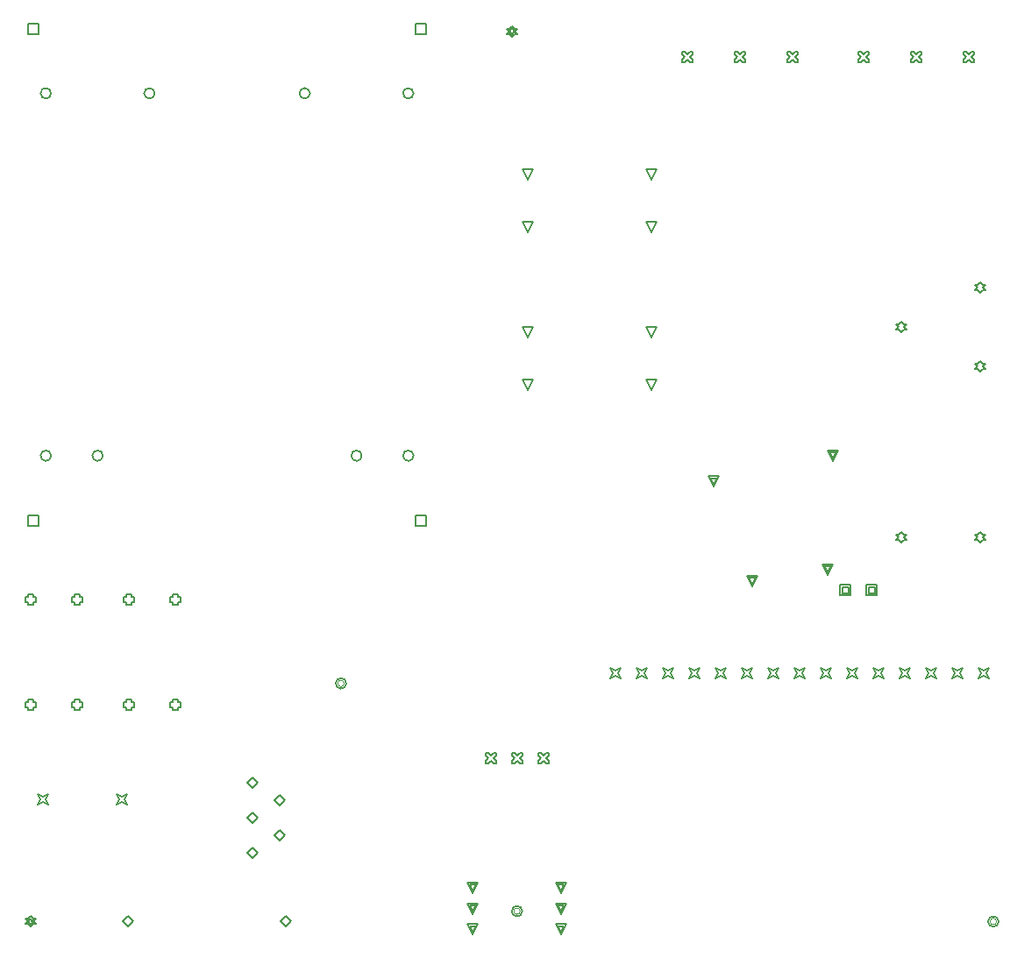
<source format=gbr>
%TF.GenerationSoftware,Altium Limited,Altium Designer,24.0.1 (36)*%
G04 Layer_Color=2752767*
%FSLAX45Y45*%
%MOMM*%
%TF.SameCoordinates,95B5C6B2-F670-4A0E-B731-85317CB4A22F*%
%TF.FilePolarity,Positive*%
%TF.FileFunction,Drawing*%
%TF.Part,Single*%
G01*
G75*
%TA.AperFunction,NonConductor*%
%ADD47C,0.12700*%
%ADD104C,0.16933*%
%ADD105C,0.10160*%
D47*
X8997200Y2699200D02*
X9022600Y2750000D01*
X8997200Y2800800D01*
X9048000Y2775400D01*
X9098800Y2800800D01*
X9073400Y2750000D01*
X9098800Y2699200D01*
X9048000Y2724600D01*
X8997200Y2699200D01*
X8743200D02*
X8768600Y2750000D01*
X8743200Y2800800D01*
X8794000Y2775400D01*
X8844800Y2800800D01*
X8819400Y2750000D01*
X8844800Y2699200D01*
X8794000Y2724600D01*
X8743200Y2699200D01*
X8489200D02*
X8514600Y2750000D01*
X8489200Y2800800D01*
X8540000Y2775400D01*
X8590800Y2800800D01*
X8565400Y2750000D01*
X8590800Y2699200D01*
X8540000Y2724600D01*
X8489200Y2699200D01*
X8235200D02*
X8260600Y2750000D01*
X8235200Y2800800D01*
X8286000Y2775400D01*
X8336800Y2800800D01*
X8311400Y2750000D01*
X8336800Y2699200D01*
X8286000Y2724600D01*
X8235200Y2699200D01*
X7981200D02*
X8006600Y2750000D01*
X7981200Y2800800D01*
X8032000Y2775400D01*
X8082800Y2800800D01*
X8057400Y2750000D01*
X8082800Y2699200D01*
X8032000Y2724600D01*
X7981200Y2699200D01*
X6711200D02*
X6736600Y2750000D01*
X6711200Y2800800D01*
X6762000Y2775400D01*
X6812800Y2800800D01*
X6787400Y2750000D01*
X6812800Y2699200D01*
X6762000Y2724600D01*
X6711200Y2699200D01*
X6457200D02*
X6482600Y2750000D01*
X6457200Y2800800D01*
X6508000Y2775400D01*
X6558800Y2800800D01*
X6533400Y2750000D01*
X6558800Y2699200D01*
X6508000Y2724600D01*
X6457200Y2699200D01*
X6203200D02*
X6228600Y2750000D01*
X6203200Y2800800D01*
X6254000Y2775400D01*
X6304800Y2800800D01*
X6279400Y2750000D01*
X6304800Y2699200D01*
X6254000Y2724600D01*
X6203200Y2699200D01*
X5949200D02*
X5974600Y2750000D01*
X5949200Y2800800D01*
X6000000Y2775400D01*
X6050800Y2800800D01*
X6025400Y2750000D01*
X6050800Y2699200D01*
X6000000Y2724600D01*
X5949200Y2699200D01*
X6965200D02*
X6990600Y2750000D01*
X6965200Y2800800D01*
X7016000Y2775400D01*
X7066800Y2800800D01*
X7041400Y2750000D01*
X7066800Y2699200D01*
X7016000Y2724600D01*
X6965200Y2699200D01*
X7219200D02*
X7244600Y2750000D01*
X7219200Y2800800D01*
X7270000Y2775400D01*
X7320800Y2800800D01*
X7295400Y2750000D01*
X7320800Y2699200D01*
X7270000Y2724600D01*
X7219200Y2699200D01*
X7473200D02*
X7498600Y2750000D01*
X7473200Y2800800D01*
X7524000Y2775400D01*
X7574800Y2800800D01*
X7549400Y2750000D01*
X7574800Y2699200D01*
X7524000Y2724600D01*
X7473200Y2699200D01*
X7727200D02*
X7752600Y2750000D01*
X7727200Y2800800D01*
X7778000Y2775400D01*
X7828800Y2800800D01*
X7803400Y2750000D01*
X7828800Y2699200D01*
X7778000Y2724600D01*
X7727200Y2699200D01*
X9251200D02*
X9276600Y2750000D01*
X9251200Y2800800D01*
X9302000Y2775400D01*
X9352800Y2800800D01*
X9327400Y2750000D01*
X9352800Y2699200D01*
X9302000Y2724600D01*
X9251200Y2699200D01*
X9505200D02*
X9530600Y2750000D01*
X9505200Y2800800D01*
X9556000Y2775400D01*
X9606800Y2800800D01*
X9581400Y2750000D01*
X9606800Y2699200D01*
X9556000Y2724600D01*
X9505200Y2699200D01*
X8349200Y8649200D02*
X8374600D01*
X8400000Y8674600D01*
X8425400Y8649200D01*
X8450800D01*
Y8674600D01*
X8425400Y8700000D01*
X8450800Y8725400D01*
Y8750800D01*
X8425400D01*
X8400000Y8725400D01*
X8374600Y8750800D01*
X8349200D01*
Y8725400D01*
X8374600Y8700000D01*
X8349200Y8674600D01*
Y8649200D01*
X8857200D02*
X8882600D01*
X8908000Y8674600D01*
X8933400Y8649200D01*
X8958800D01*
Y8674600D01*
X8933400Y8700000D01*
X8958800Y8725400D01*
Y8750800D01*
X8933400D01*
X8908000Y8725400D01*
X8882600Y8750800D01*
X8857200D01*
Y8725400D01*
X8882600Y8700000D01*
X8857200Y8674600D01*
Y8649200D01*
X9365200D02*
X9390600D01*
X9416000Y8674600D01*
X9441400Y8649200D01*
X9466800D01*
Y8674600D01*
X9441400Y8700000D01*
X9466800Y8725400D01*
Y8750800D01*
X9441400D01*
X9416000Y8725400D01*
X9390600Y8750800D01*
X9365200D01*
Y8725400D01*
X9390600Y8700000D01*
X9365200Y8674600D01*
Y8649200D01*
X5000000Y8899200D02*
X5025400Y8924600D01*
X5050800D01*
X5025400Y8950000D01*
X5050800Y8975400D01*
X5025400D01*
X5000000Y9000800D01*
X4974600Y8975400D01*
X4949200D01*
X4974600Y8950000D01*
X4949200Y8924600D01*
X4974600D01*
X5000000Y8899200D01*
Y8919520D02*
X5015240Y8934760D01*
X5030480D01*
X5015240Y8950000D01*
X5030480Y8965240D01*
X5015240D01*
X5000000Y8980480D01*
X4984760Y8965240D01*
X4969520D01*
X4984760Y8950000D01*
X4969520Y8934760D01*
X4984760D01*
X5000000Y8919520D01*
X350000Y299200D02*
X375400Y324600D01*
X400800D01*
X375400Y350000D01*
X400800Y375400D01*
X375400D01*
X350000Y400800D01*
X324600Y375400D01*
X299200D01*
X324600Y350000D01*
X299200Y324600D01*
X324600D01*
X350000Y299200D01*
Y319520D02*
X365240Y334760D01*
X380480D01*
X365240Y350000D01*
X380480Y365240D01*
X365240D01*
X350000Y380480D01*
X334760Y365240D01*
X319520D01*
X334760Y350000D01*
X319520Y334760D01*
X334760D01*
X350000Y319520D01*
X6350800Y5483500D02*
X6300000Y5585100D01*
X6401600D01*
X6350800Y5483500D01*
Y5991500D02*
X6300000Y6093100D01*
X6401600D01*
X6350800Y5991500D01*
Y7007500D02*
X6300000Y7109100D01*
X6401600D01*
X6350800Y7007500D01*
Y7515500D02*
X6300000Y7617100D01*
X6401600D01*
X6350800Y7515500D01*
X5150800Y5483500D02*
X5100000Y5585100D01*
X5201600D01*
X5150800Y5483500D01*
Y5991500D02*
X5100000Y6093100D01*
X5201600D01*
X5150800Y5991500D01*
Y7007500D02*
X5100000Y7109100D01*
X5201600D01*
X5150800Y7007500D01*
Y7515500D02*
X5100000Y7617100D01*
X5201600D01*
X5150800Y7515500D01*
X6641200Y8649200D02*
X6666600D01*
X6692000Y8674600D01*
X6717400Y8649200D01*
X6742800D01*
Y8674600D01*
X6717400Y8700000D01*
X6742800Y8725400D01*
Y8750800D01*
X6717400D01*
X6692000Y8725400D01*
X6666600Y8750800D01*
X6641200D01*
Y8725400D01*
X6666600Y8700000D01*
X6641200Y8674600D01*
Y8649200D01*
X7149200D02*
X7174600D01*
X7200000Y8674600D01*
X7225400Y8649200D01*
X7250800D01*
Y8674600D01*
X7225400Y8700000D01*
X7250800Y8725400D01*
Y8750800D01*
X7225400D01*
X7200000Y8725400D01*
X7174600Y8750800D01*
X7149200D01*
Y8725400D01*
X7174600Y8700000D01*
X7149200Y8674600D01*
Y8649200D01*
X7657200D02*
X7682600D01*
X7708000Y8674600D01*
X7733400Y8649200D01*
X7758800D01*
Y8674600D01*
X7733400Y8700000D01*
X7758800Y8725400D01*
Y8750800D01*
X7733400D01*
X7708000Y8725400D01*
X7682600Y8750800D01*
X7657200D01*
Y8725400D01*
X7682600Y8700000D01*
X7657200Y8674600D01*
Y8649200D01*
X4074200Y4174200D02*
Y4275800D01*
X4175800D01*
Y4174200D01*
X4074200D01*
X324200D02*
Y4275800D01*
X425800D01*
Y4174200D01*
X324200D01*
Y8924200D02*
Y9025800D01*
X425800D01*
Y8924200D01*
X324200D01*
X4074200D02*
Y9025800D01*
X4175800D01*
Y8924200D01*
X4074200D01*
X9525000Y6426200D02*
X9550400Y6451600D01*
X9575800D01*
X9550400Y6477000D01*
X9575800Y6502400D01*
X9550400D01*
X9525000Y6527800D01*
X9499600Y6502400D01*
X9474200D01*
X9499600Y6477000D01*
X9474200Y6451600D01*
X9499600D01*
X9525000Y6426200D01*
Y5664200D02*
X9550400Y5689600D01*
X9575800D01*
X9550400Y5715000D01*
X9575800Y5740400D01*
X9550400D01*
X9525000Y5765800D01*
X9499600Y5740400D01*
X9474200D01*
X9499600Y5715000D01*
X9474200Y5689600D01*
X9499600D01*
X9525000Y5664200D01*
X8763000Y6045200D02*
X8788400Y6070600D01*
X8813800D01*
X8788400Y6096000D01*
X8813800Y6121400D01*
X8788400D01*
X8763000Y6146800D01*
X8737600Y6121400D01*
X8712200D01*
X8737600Y6096000D01*
X8712200Y6070600D01*
X8737600D01*
X8763000Y6045200D01*
X9525000Y4013200D02*
X9550400Y4038600D01*
X9575800D01*
X9550400Y4064000D01*
X9575800Y4089400D01*
X9550400D01*
X9525000Y4114800D01*
X9499600Y4089400D01*
X9474200D01*
X9499600Y4064000D01*
X9474200Y4038600D01*
X9499600D01*
X9525000Y4013200D01*
X8763000D02*
X8788400Y4038600D01*
X8813800D01*
X8788400Y4064000D01*
X8813800Y4089400D01*
X8788400D01*
X8763000Y4114800D01*
X8737600Y4089400D01*
X8712200D01*
X8737600Y4064000D01*
X8712200Y4038600D01*
X8737600D01*
X8763000Y4013200D01*
X5253200Y1880866D02*
X5278600D01*
X5304000Y1906266D01*
X5329400Y1880866D01*
X5354800D01*
Y1906266D01*
X5329400Y1931666D01*
X5354800Y1957066D01*
Y1982466D01*
X5329400D01*
X5304000Y1957066D01*
X5278600Y1982466D01*
X5253200D01*
Y1957066D01*
X5278600Y1931666D01*
X5253200Y1906266D01*
Y1880866D01*
X4999200Y1880900D02*
X5024600D01*
X5050000Y1906300D01*
X5075400Y1880900D01*
X5100800D01*
Y1906300D01*
X5075400Y1931700D01*
X5100800Y1957100D01*
Y1982500D01*
X5075400D01*
X5050000Y1957100D01*
X5024600Y1982500D01*
X4999200D01*
Y1957100D01*
X5024600Y1931700D01*
X4999200Y1906300D01*
Y1880900D01*
X4745200D02*
X4770600D01*
X4796000Y1906300D01*
X4821400Y1880900D01*
X4846800D01*
Y1906300D01*
X4821400Y1931700D01*
X4846800Y1957100D01*
Y1982500D01*
X4821400D01*
X4796000Y1957100D01*
X4770600Y1982500D01*
X4745200D01*
Y1957100D01*
X4770600Y1931700D01*
X4745200Y1906300D01*
Y1880900D01*
X8172200Y3499200D02*
Y3600800D01*
X8273800D01*
Y3499200D01*
X8172200D01*
X8192520Y3519520D02*
Y3580480D01*
X8253480D01*
Y3519520D01*
X8192520D01*
X8426200Y3499200D02*
Y3600800D01*
X8527800D01*
Y3499200D01*
X8426200D01*
X8446520Y3519520D02*
Y3580480D01*
X8507480D01*
Y3519520D01*
X8446520D01*
X1274600Y2416600D02*
Y2391200D01*
X1325400D01*
Y2416600D01*
X1350800D01*
Y2467400D01*
X1325400D01*
Y2492800D01*
X1274600D01*
Y2467400D01*
X1249200D01*
Y2416600D01*
X1274600D01*
Y3432600D02*
Y3407200D01*
X1325400D01*
Y3432600D01*
X1350800D01*
Y3483400D01*
X1325400D01*
Y3508800D01*
X1274600D01*
Y3483400D01*
X1249200D01*
Y3432600D01*
X1274600D01*
X1180200Y1478415D02*
X1205600Y1529215D01*
X1180200Y1580015D01*
X1231000Y1554615D01*
X1281800Y1580015D01*
X1256400Y1529215D01*
X1281800Y1478415D01*
X1231000Y1503815D01*
X1180200Y1478415D01*
X418200D02*
X443600Y1529215D01*
X418200Y1580015D01*
X469000Y1554615D01*
X519800Y1580015D01*
X494400Y1529215D01*
X519800Y1478415D01*
X469000Y1503815D01*
X418200Y1478415D01*
X774600Y2416600D02*
Y2391200D01*
X825400D01*
Y2416600D01*
X850800D01*
Y2467400D01*
X825400D01*
Y2492800D01*
X774600D01*
Y2467400D01*
X749200D01*
Y2416600D01*
X774600D01*
Y3432600D02*
Y3407200D01*
X825400D01*
Y3432600D01*
X850800D01*
Y3483400D01*
X825400D01*
Y3508800D01*
X774600D01*
Y3483400D01*
X749200D01*
Y3432600D01*
X774600D01*
X324600Y2416600D02*
Y2391200D01*
X375400D01*
Y2416600D01*
X400800D01*
Y2467400D01*
X375400D01*
Y2492800D01*
X324600D01*
Y2467400D01*
X299200D01*
Y2416600D01*
X324600D01*
Y3432600D02*
Y3407200D01*
X375400D01*
Y3432600D01*
X400800D01*
Y3483400D01*
X375400D01*
Y3508800D01*
X324600D01*
Y3483400D01*
X299200D01*
Y3432600D01*
X324600D01*
X1724600D02*
Y3407200D01*
X1775400D01*
Y3432600D01*
X1800800D01*
Y3483400D01*
X1775400D01*
Y3508800D01*
X1724600D01*
Y3483400D01*
X1699200D01*
Y3432600D01*
X1724600D01*
Y2416600D02*
Y2391200D01*
X1775400D01*
Y2416600D01*
X1800800D01*
Y2467400D01*
X1775400D01*
Y2492800D01*
X1724600D01*
Y2467400D01*
X1699200D01*
Y2416600D01*
X1724600D01*
X2449200Y1690000D02*
X2500000Y1740800D01*
X2550800Y1690000D01*
X2500000Y1639200D01*
X2449200Y1690000D01*
X2709200Y1520000D02*
X2760000Y1570800D01*
X2810800Y1520000D01*
X2760000Y1469200D01*
X2709200Y1520000D01*
X2449200Y1350000D02*
X2500000Y1400800D01*
X2550800Y1350000D01*
X2500000Y1299200D01*
X2449200Y1350000D01*
X2709200Y1180000D02*
X2760000Y1230800D01*
X2810800Y1180000D01*
X2760000Y1129200D01*
X2709200Y1180000D01*
X2449200Y1010000D02*
X2500000Y1060800D01*
X2550800Y1010000D01*
X2500000Y959200D01*
X2449200Y1010000D01*
X1246914Y350000D02*
X1297714Y400800D01*
X1348514Y350000D01*
X1297714Y299200D01*
X1246914Y350000D01*
X2770914D02*
X2821714Y400800D01*
X2872514Y350000D01*
X2821714Y299200D01*
X2770914Y350000D01*
X4625000Y224200D02*
X4574200Y325800D01*
X4675800D01*
X4625000Y224200D01*
Y244520D02*
X4594520Y305480D01*
X4655480D01*
X4625000Y244520D01*
Y424200D02*
X4574200Y525800D01*
X4675800D01*
X4625000Y424200D01*
Y444520D02*
X4594520Y505480D01*
X4655480D01*
X4625000Y444520D01*
Y624200D02*
X4574200Y725800D01*
X4675800D01*
X4625000Y624200D01*
Y644520D02*
X4594520Y705480D01*
X4655480D01*
X4625000Y644520D01*
X5475000Y624200D02*
X5424200Y725800D01*
X5525800D01*
X5475000Y624200D01*
Y644520D02*
X5444520Y705480D01*
X5505480D01*
X5475000Y644520D01*
Y424200D02*
X5424200Y525800D01*
X5525800D01*
X5475000Y424200D01*
Y444520D02*
X5444520Y505480D01*
X5505480D01*
X5475000Y444520D01*
Y224200D02*
X5424200Y325800D01*
X5525800D01*
X5475000Y224200D01*
Y244520D02*
X5444520Y305480D01*
X5505480D01*
X5475000Y244520D01*
X7321400Y3588100D02*
X7270600Y3689700D01*
X7372200D01*
X7321400Y3588100D01*
Y3608420D02*
X7290920Y3669380D01*
X7351880D01*
X7321400Y3608420D01*
X8050000Y3699200D02*
X7999200Y3800800D01*
X8100800D01*
X8050000Y3699200D01*
Y3719520D02*
X8019520Y3780480D01*
X8080480D01*
X8050000Y3719520D01*
X6950000Y4549200D02*
X6899200Y4650800D01*
X7000800D01*
X6950000Y4549200D01*
Y4569520D02*
X6919520Y4630480D01*
X6980480D01*
X6950000Y4569520D01*
X8100000Y4799200D02*
X8049200Y4900800D01*
X8150800D01*
X8100000Y4799200D01*
Y4819520D02*
X8069520Y4880480D01*
X8130480D01*
X8100000Y4819520D01*
D104*
X3400800Y2650000D02*
G03*
X3400800Y2650000I-50800J0D01*
G01*
X9700800Y350000D02*
G03*
X9700800Y350000I-50800J0D01*
G01*
X550800Y8350000D02*
G03*
X550800Y8350000I-50800J0D01*
G01*
X4050800D02*
G03*
X4050800Y8350000I-50800J0D01*
G01*
X1550800D02*
G03*
X1550800Y8350000I-50800J0D01*
G01*
X3050800D02*
G03*
X3050800Y8350000I-50800J0D01*
G01*
X550800Y4850000D02*
G03*
X550800Y4850000I-50800J0D01*
G01*
X4050800D02*
G03*
X4050800Y4850000I-50800J0D01*
G01*
X3550800D02*
G03*
X3550800Y4850000I-50800J0D01*
G01*
X1050800D02*
G03*
X1050800Y4850000I-50800J0D01*
G01*
X5100800Y450000D02*
G03*
X5100800Y450000I-50800J0D01*
G01*
D105*
X3380480Y2650000D02*
G03*
X3380480Y2650000I-30480J0D01*
G01*
X9680480Y350000D02*
G03*
X9680480Y350000I-30480J0D01*
G01*
X5080480Y450000D02*
G03*
X5080480Y450000I-30480J0D01*
G01*
%TF.MD5,fb2b82ccc52ecd3e590066b95bd01e16*%
M02*

</source>
